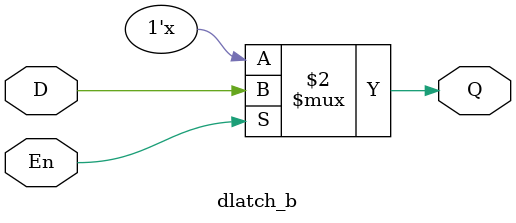
<source format=v>
module dlatch_b (input D,En,output reg Q);
    always @(D,En)
    //latch - level trig, D can change midway
    begin
        if(En)
             Q <= D;
    end
endmodule // dlatch_binput

</source>
